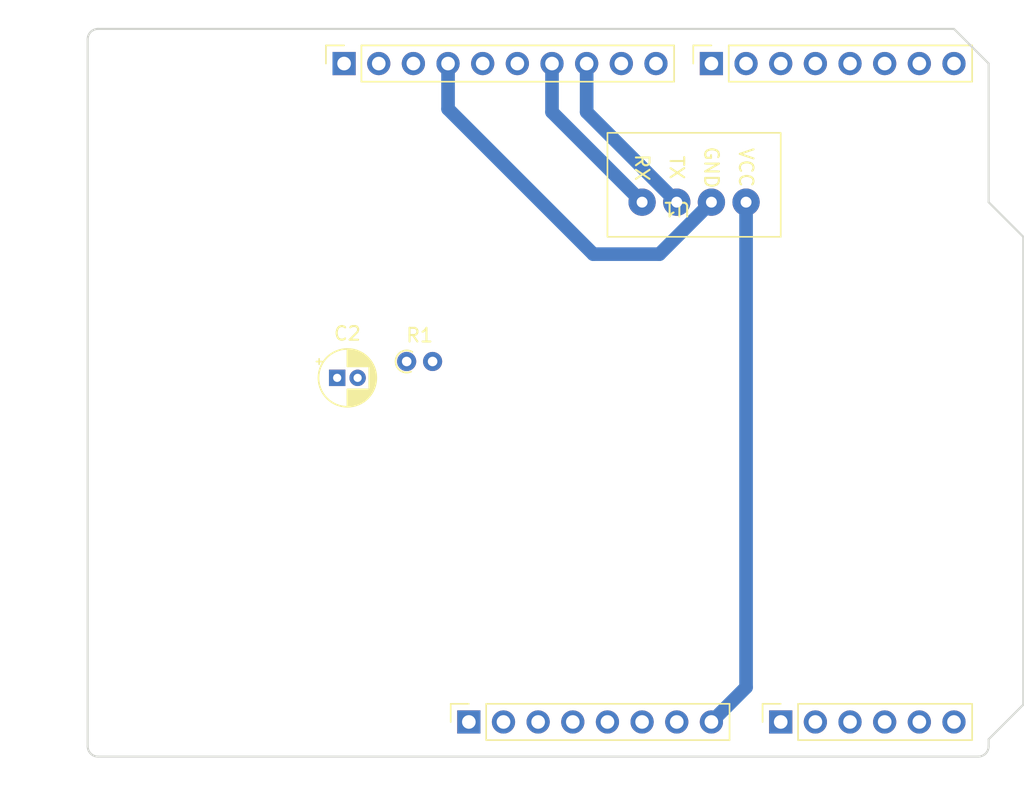
<source format=kicad_pcb>
(kicad_pcb (version 20211014) (generator pcbnew)
  (title_block (date "mar. 31 mars 2015"))
  (layers (0 "F.Cu" signal) (31 "B.Cu" signal) (34 "B.Paste" user) (35 "F.Paste" user) (36 "B.SilkS" user "B.Silkscreen") (37 "F.SilkS" user "F.Silkscreen") (38 "B.Mask" user) (39 "F.Mask" user) (44 "Edge.Cuts" user))
  (net 0 "")
  (net 1 "GND")
  (net 3 "+5V")
  (net 4 "/IOREF")
  (net 5 "/A0")
  (net 6 "/A1")
  (net 7 "/A2")
  (net 8 "/A3")
  (net 9 "/SDA{slash}A4")
  (net 10 "/SCL{slash}A5")
  (net 11 "/13")
  (net 12 "/12")
  (net 13 "/AREF")
  (net 14 "/8")
  (net 15 "/7")
  (net 16 "RX")
  (net 17 "TX")
  (net 18 "/*9")
  (net 19 "/4")
  (net 20 "/2")
  (net 21 "/*6")
  (net 22 "/*5")
  (net 23 "/TX{slash}1")
  (net 24 "/*3")
  (net 25 "/RX{slash}0")
  (net 26 "+3V3")
  (net 27 "VCC")
  (net 28 "/~{RESET}")
  (net 29 "Net-(C2-Pad1)")
  (net 30 "Net-(C2-Pad2)")
  (net 32 "Net-(C1-Pad1)")
  (footprint "Connector_PinSocket_2.54mm:PinSocket_1x08_P2.54mm_Vertical" (layer "F.Cu") (at 127.94 97.46 90)
    (fp_text reference "J1" hide)
    (fp_text value "Power")
    (fp_line (start -1.33 19.11) (end 1.33 19.11) (layer "F.SilkS") (width 0.12))
    (fp_line (start 1.33 1.27) (end 1.33 19.11) (layer "F.SilkS") (width 0.12))
    (fp_line (start -1.33 1.27) (end 1.33 1.27) (layer "F.SilkS") (width 0.12))
    (fp_line (start 0 -1.33) (end 1.33 -1.33) (layer "F.SilkS") (width 0.12))
    (fp_line (start 1.33 -1.33) (end 1.33 0) (layer "F.SilkS") (width 0.12))
    (fp_line (start -1.33 1.27) (end -1.33 19.11) (layer "F.SilkS") (width 0.12))
    (pad "1" thru_hole rect locked (at 0 0 90) (size 1.7 1.7) (drill 1) (layers *.Cu *.Mask))
    (pad "2" thru_hole oval locked (at 0 2.54 90) (size 1.7 1.7) (drill 1) (layers *.Cu *.Mask) (net 4 "/IOREF"))
    (pad "3" thru_hole oval locked (at 0 5.08 90) (size 1.7 1.7) (drill 1) (layers *.Cu *.Mask) (net 28 "/~{RESET}"))
    (pad "4" thru_hole oval locked (at 0 7.62 90) (size 1.7 1.7) (drill 1) (layers *.Cu *.Mask) (net 26 "+3V3"))
    (pad "5" thru_hole oval locked (at 0 10.16 90) (size 1.7 1.7) (drill 1) (layers *.Cu *.Mask) (net 3 "+5V"))
    (pad "6" thru_hole oval locked (at 0 12.7 90) (size 1.7 1.7) (drill 1) (layers *.Cu *.Mask) (net 1 "GND"))
    (pad "7" thru_hole oval locked (at 0 15.24 90) (size 1.7 1.7) (drill 1) (layers *.Cu *.Mask) (net 1 "GND"))
    (pad "8" thru_hole oval locked (at 0 17.78 90) (size 1.7 1.7) (drill 1) (layers *.Cu *.Mask) (net 27 "VCC"))
  )
  (footprint "Connector_PinSocket_2.54mm:PinSocket_1x06_P2.54mm_Vertical" (layer "F.Cu") (at 150.8 97.46 90)
    (fp_text reference "J3" hide)
    (fp_text value "Analog")
    (fp_line (start 1.33 1.27) (end 1.33 14.03) (layer "F.SilkS") (width 0.12))
    (fp_line (start 0 -1.33) (end 1.33 -1.33) (layer "F.SilkS") (width 0.12))
    (fp_line (start -1.33 1.27) (end 1.33 1.27) (layer "F.SilkS") (width 0.12))
    (fp_line (start -1.33 1.27) (end -1.33 14.03) (layer "F.SilkS") (width 0.12))
    (fp_line (start -1.33 14.03) (end 1.33 14.03) (layer "F.SilkS") (width 0.12))
    (fp_line (start 1.33 -1.33) (end 1.33 0) (layer "F.SilkS") (width 0.12))
    (pad "1" thru_hole rect locked (at 0 0 90) (size 1.7 1.7) (drill 1) (layers *.Cu *.Mask) (net 5 "/A0"))
    (pad "2" thru_hole oval locked (at 0 2.54 90) (size 1.7 1.7) (drill 1) (layers *.Cu *.Mask) (net 6 "/A1"))
    (pad "3" thru_hole oval locked (at 0 5.08 90) (size 1.7 1.7) (drill 1) (layers *.Cu *.Mask) (net 7 "/A2"))
    (pad "4" thru_hole oval locked (at 0 7.62 90) (size 1.7 1.7) (drill 1) (layers *.Cu *.Mask) (net 8 "/A3"))
    (pad "5" thru_hole oval locked (at 0 10.16 90) (size 1.7 1.7) (drill 1) (layers *.Cu *.Mask) (net 9 "/SDA{slash}A4"))
    (pad "6" thru_hole oval locked (at 0 12.7 90) (size 1.7 1.7) (drill 1) (layers *.Cu *.Mask) (net 10 "/SCL{slash}A5"))
  )
  (footprint "Connector_PinSocket_2.54mm:PinSocket_1x10_P2.54mm_Vertical" (layer "F.Cu") (at 118.796 49.2 90)
    (fp_text reference "J2" hide)
    (fp_text value "Digital/PWM")
    (fp_line (start -1.33 24.19) (end 1.33 24.19) (layer "F.SilkS") (width 0.12))
    (fp_line (start -1.33 1.27) (end -1.33 24.19) (layer "F.SilkS") (width 0.12))
    (fp_line (start 1.33 -1.33) (end 1.33 0) (layer "F.SilkS") (width 0.12))
    (fp_line (start 0 -1.33) (end 1.33 -1.33) (layer "F.SilkS") (width 0.12))
    (fp_line (start 1.33 1.27) (end 1.33 24.19) (layer "F.SilkS") (width 0.12))
    (fp_line (start -1.33 1.27) (end 1.33 1.27) (layer "F.SilkS") (width 0.12))
    (pad "1" thru_hole rect locked (at 0 0 90) (size 1.7 1.7) (drill 1) (layers *.Cu *.Mask) (net 10 "/SCL{slash}A5"))
    (pad "2" thru_hole oval locked (at 0 2.54 90) (size 1.7 1.7) (drill 1) (layers *.Cu *.Mask) (net 9 "/SDA{slash}A4"))
    (pad "3" thru_hole oval locked (at 0 5.08 90) (size 1.7 1.7) (drill 1) (layers *.Cu *.Mask) (net 13 "/AREF"))
    (pad "4" thru_hole oval locked (at 0 7.62 90) (size 1.7 1.7) (drill 1) (layers *.Cu *.Mask) (net 1 "GND"))
    (pad "5" thru_hole oval locked (at 0 10.16 90) (size 1.7 1.7) (drill 1) (layers *.Cu *.Mask) (net 11 "/13"))
    (pad "6" thru_hole oval locked (at 0 12.7 90) (size 1.7 1.7) (drill 1) (layers *.Cu *.Mask) (net 12 "/12"))
    (pad "7" thru_hole oval locked (at 0 15.24 90) (size 1.7 1.7) (drill 1) (layers *.Cu *.Mask) (net 16 "RX"))
    (pad "8" thru_hole oval locked (at 0 17.78 90) (size 1.7 1.7) (drill 1) (layers *.Cu *.Mask) (net 17 "TX"))
    (pad "9" thru_hole oval locked (at 0 20.32 90) (size 1.7 1.7) (drill 1) (layers *.Cu *.Mask) (net 18 "/*9"))
    (pad "10" thru_hole oval locked (at 0 22.86 90) (size 1.7 1.7) (drill 1) (layers *.Cu *.Mask) (net 14 "/8"))
  )
  (footprint "Connector_PinSocket_2.54mm:PinSocket_1x08_P2.54mm_Vertical" (layer "F.Cu") (at 145.72 49.2 90)
    (fp_text reference "J4" hide)
    (fp_text value "Digital/PWM")
    (fp_line (start -1.33 19.11) (end 1.33 19.11) (layer "F.SilkS") (width 0.12))
    (fp_line (start -1.33 1.27) (end -1.33 19.11) (layer "F.SilkS") (width 0.12))
    (fp_line (start 0 -1.33) (end 1.33 -1.33) (layer "F.SilkS") (width 0.12))
    (fp_line (start -1.33 1.27) (end 1.33 1.27) (layer "F.SilkS") (width 0.12))
    (fp_line (start 1.33 -1.33) (end 1.33 0) (layer "F.SilkS") (width 0.12))
    (fp_line (start 1.33 1.27) (end 1.33 19.11) (layer "F.SilkS") (width 0.12))
    (pad "1" thru_hole rect locked (at 0 0 90) (size 1.7 1.7) (drill 1) (layers *.Cu *.Mask) (net 15 "/7"))
    (pad "2" thru_hole oval locked (at 0 2.54 90) (size 1.7 1.7) (drill 1) (layers *.Cu *.Mask) (net 21 "/*6"))
    (pad "3" thru_hole oval locked (at 0 5.08 90) (size 1.7 1.7) (drill 1) (layers *.Cu *.Mask) (net 22 "/*5"))
    (pad "4" thru_hole oval locked (at 0 7.62 90) (size 1.7 1.7) (drill 1) (layers *.Cu *.Mask) (net 19 "/4"))
    (pad "5" thru_hole oval locked (at 0 10.16 90) (size 1.7 1.7) (drill 1) (layers *.Cu *.Mask) (net 24 "/*3"))
    (pad "6" thru_hole oval locked (at 0 12.7 90) (size 1.7 1.7) (drill 1) (layers *.Cu *.Mask) (net 20 "/2"))
    (pad "7" thru_hole oval locked (at 0 15.24 90) (size 1.7 1.7) (drill 1) (layers *.Cu *.Mask) (net 23 "/TX{slash}1"))
    (pad "8" thru_hole oval locked (at 0 17.78 90) (size 1.7 1.7) (drill 1) (layers *.Cu *.Mask) (net 25 "/RX{slash}0"))
  )
  (footprint "Arduino_MountingHole:MountingHole_3.2mm" (layer "F.Cu") (at 115.24 49.2)
    (fp_text reference "MH1" hide)
    (fp_text value "MountingHole_3.2mm" hide)
    (pad "" np_thru_hole circle locked (at 0 0) (size 3.2 3.2) (drill 3.2) (layers *.Cu *.Mask))
  )
  (footprint "Resistor_THT:R_Axial_DIN0204_L3.6mm_D1.6mm_P1.90mm_Vertical" (layer "F.Cu") (at 123.383199 71.0378)
    (fp_text reference "R1" (at 0.95 -1.92) (layer "F.SilkS"))
    (fp_text value "R")
    (fp_arc (start 0.320095 0.749359) (mid -0.813042 -0.054435) (end 0.417133 -0.7) (layer "F.SilkS") (width 0.12))
    (pad "1" thru_hole circle (at 0 0) (size 1.4 1.4) (drill 0.7) (layers *.Cu *.Mask))
    (pad "2" thru_hole oval (at 1.9 0) (size 1.4 1.4) (drill 0.7) (layers *.Cu *.Mask) (net 32 "Net-(C1-Pad1)"))
  )
  (footprint "Lib_capteur_graphite:Blutooth" (layer "F.Cu") (at 143.18 59.36 180)
    (fp_text reference "U1" (at 0 -0.5 180 unlocked) (layer "F.SilkS"))
    (fp_text value "Bluetooth")
    (fp_text user "TX" (at 0 2.54 270 unlocked) (layer "F.SilkS"))
    (fp_text user "VCC" (at -5.08 2.54 270 unlocked) (layer "F.SilkS"))
    (fp_text user "GND" (at -2.54 2.54 270 unlocked) (layer "F.SilkS"))
    (fp_text user "RX" (at 2.54 2.54 270 unlocked) (layer "F.SilkS"))
    (fp_rect (start -7.62 -2.54) (end 5.08 5.08) (layer "F.SilkS") (width 0.12) (fill none))
    (pad "1" thru_hole circle (at -5.08 0 180) (size 2 2) (drill 0.8) (layers *.Cu *.Mask) (net 27 "VCC"))
    (pad "2" thru_hole circle (at -2.54 0 180) (size 2 2) (drill 0.8) (layers *.Cu *.Mask) (net 1 "GND"))
    (pad "3" thru_hole circle (at 0 0 180) (size 2 2) (drill 0.8) (layers *.Cu *.Mask) (net 17 "TX"))
    (pad "4" thru_hole circle (at 2.54 0 180) (size 2 2) (drill 0.8) (layers *.Cu *.Mask) (net 16 "RX"))
  )
  (footprint "Capacitor_THT:CP_Radial_D4.0mm_P1.50mm" (layer "F.Cu") (at 118.288 72.2378)
    (fp_text reference "C2" (at 0.75 -3.25) (layer "F.SilkS"))
    (fp_text value "C")
    (fp_line (start 2.351 -1.351) (end 2.351 1.351) (layer "F.SilkS") (width 0.12))
    (fp_line (start 0.99 0.84) (end 0.99 2.067) (layer "F.SilkS") (width 0.12))
    (fp_line (start 1.43 0.84) (end 1.43 1.968) (layer "F.SilkS") (width 0.12))
    (fp_line (start 1.15 0.84) (end 1.15 2.042) (layer "F.SilkS") (width 0.12))
    (fp_line (start 1.751 0.84) (end 1.751 1.83) (layer "F.SilkS") (width 0.12))
    (fp_line (start 2.831 -0.37) (end 2.831 0.37) (layer "F.SilkS") (width 0.12))
    (fp_line (start 1.31 0.84) (end 1.31 2.005) (layer "F.SilkS") (width 0.12))
    (fp_line (start 2.071 0.84) (end 2.071 1.619) (layer "F.SilkS") (width 0.12))
    (fp_line (start 1.39 0.84) (end 1.39 1.982) (layer "F.SilkS") (width 0.12))
    (fp_line (start 1.03 -2.062) (end 1.03 -0.84) (layer "F.SilkS") (width 0.12))
    (fp_line (start 2.711 -0.768) (end 2.711 0.768) (layer "F.SilkS") (width 0.12))
    (fp_line (start 1.19 0.84) (end 1.19 2.034) (layer "F.SilkS") (width 0.12))
    (fp_line (start 1.511 0.84) (end 1.511 1.94) (layer "F.SilkS") (width 0.12))
    (fp_line (start 0.99 -2.067) (end 0.99 -0.84) (layer "F.SilkS") (width 0.12))
    (fp_line (start 2.271 0.84) (end 2.271 1.438) (layer "F.SilkS") (width 0.12))
    (fp_line (start 1.871 0.84) (end 1.871 1.76) (layer "F.SilkS") (width 0.12))
    (fp_line (start 1.11 -2.05) (end 1.11 -0.84) (layer "F.SilkS") (width 0.12))
    (fp_line (start 1.39 -1.982) (end 1.39 -0.84) (layer "F.SilkS") (width 0.12))
    (fp_line (start 2.271 -1.438) (end 2.271 -0.84) (layer "F.SilkS") (width 0.12))
    (fp_line (start 2.111 0.84) (end 2.111 1.587) (layer "F.SilkS") (width 0.12))
    (fp_line (start 1.631 -1.889) (end 1.631 -0.84) (layer "F.SilkS") (width 0.12))
    (fp_line (start 1.27 -2.016) (end 1.27 -0.84) (layer "F.SilkS") (width 0.12))
    (fp_line (start 2.111 -1.587) (end 2.111 -0.84) (layer "F.SilkS") (width 0.12))
    (fp_line (start 0.87 0.84) (end 0.87 2.077) (layer "F.SilkS") (width 0.12))
    (fp_line (start 0.91 0.84) (end 0.91 2.074) (layer "F.SilkS") (width 0.12))
    (fp_line (start 0.79 -2.08) (end 0.79 -0.84) (layer "F.SilkS") (width 0.12))
    (fp_line (start 2.671 -0.859) (end 2.671 0.859) (layer "F.SilkS") (width 0.12))
    (fp_line (start 1.671 -1.87) (end 1.671 -0.84) (layer "F.SilkS") (width 0.12))
    (fp_line (start 1.871 -1.76) (end 1.871 -0.84) (layer "F.SilkS") (width 0.12))
    (fp_line (start 2.071 -1.619) (end 2.071 -0.84) (layer "F.SilkS") (width 0.12))
    (fp_line (start 2.191 0.84) (end 2.191 1.516) (layer "F.SilkS") (width 0.12))
    (fp_line (start 1.791 -1.808) (end 1.791 -0.84) (layer "F.SilkS") (width 0.12))
    (fp_line (start 1.911 0.84) (end 1.911 1.735) (layer "F.SilkS") (width 0.12))
    (fp_line (start 0.83 -2.079) (end 0.83 -0.84) (layer "F.SilkS") (width 0.12))
    (fp_line (start 2.031 0.84) (end 2.031 1.65) (layer "F.SilkS") (width 0.12))
    (fp_line (start -1.319801 -1.395) (end -1.319801 -0.995) (layer "F.SilkS") (width 0.12))
    (fp_line (start 1.951 0.84) (end 1.951 1.708) (layer "F.SilkS") (width 0.12))
    (fp_line (start 1.15 -2.042) (end 1.15 -0.84) (layer "F.SilkS") (width 0.12))
    (fp_line (start 2.311 -1.396) (end 2.311 -0.84) (layer "F.SilkS") (width 0.12))
    (fp_line (start 2.311 0.84) (end 2.311 1.396) (layer "F.SilkS") (width 0.12))
    (fp_line (start 1.991 -1.68) (end 1.991 -0.84) (layer "F.SilkS") (width 0.12))
    (fp_line (start 2.191 -1.516) (end 2.191 -0.84) (layer "F.SilkS") (width 0.12))
    (fp_line (start 1.31 -2.005) (end 1.31 -0.84) (layer "F.SilkS") (width 0.12))
    (fp_line (start 1.35 0.84) (end 1.35 1.994) (layer "F.SilkS") (width 0.12))
    (fp_line (start 1.591 -1.907) (end 1.591 -0.84) (layer "F.SilkS") (width 0.12))
    (fp_line (start 2.511 -1.142) (end 2.511 1.142) (layer "F.SilkS") (width 0.12))
    (fp_line (start 0.83 0.84) (end 0.83 2.079) (layer "F.SilkS") (width 0.12))
    (fp_line (start 2.791 -0.537) (end 2.791 0.537) (layer "F.SilkS") (width 0.12))
    (fp_line (start 1.631 0.84) (end 1.631 1.889) (layer "F.SilkS") (width 0.12))
    (fp_line (start 0.87 -2.077) (end 0.87 -0.84) (layer "F.SilkS") (width 0.12))
    (fp_line (start 1.11 0.84) (end 1.11 2.05) (layer "F.SilkS") (width 0.12))
    (fp_line (start 1.911 -1.735) (end 1.911 -0.84) (layer "F.SilkS") (width 0.12))
    (fp_line (start 2.431 -1.254) (end 2.431 1.254) (layer "F.SilkS") (width 0.12))
    (fp_line (start 0.91 -2.074) (end 0.91 -0.84) (layer "F.SilkS") (width 0.12))
    (fp_line (start 1.03 0.84) (end 1.03 2.062) (layer "F.SilkS") (width 0.12))
    (fp_line (start 1.551 0.84) (end 1.551 1.924) (layer "F.SilkS") (width 0.12))
    (fp_line (start 0.79 0.84) (end 0.79 2.08) (layer "F.SilkS") (width 0.12))
    (fp_line (start 0.95 0.84) (end 0.95 2.071) (layer "F.SilkS") (width 0.12))
    (fp_line (start 1.991 0.84) (end 1.991 1.68) (layer "F.SilkS") (width 0.12))
    (fp_line (start 1.07 -2.056) (end 1.07 -0.84) (layer "F.SilkS") (width 0.12))
    (fp_line (start 1.831 -1.785) (end 1.831 -0.84) (layer "F.SilkS") (width 0.12))
    (fp_line (start 2.551 -1.08) (end 2.551 1.08) (layer "F.SilkS") (width 0.12))
    (fp_line (start 1.19 -2.034) (end 1.19 -0.84) (layer "F.SilkS") (width 0.12))
    (fp_line (start 1.23 0.84) (end 1.23 2.025) (layer "F.SilkS") (width 0.12))
    (fp_line (start 2.031 -1.65) (end 2.031 -0.84) (layer "F.SilkS") (width 0.12))
    (fp_line (start 2.231 -1.478) (end 2.231 -0.84) (layer "F.SilkS") (width 0.12))
    (fp_line (start 1.43 -1.968) (end 1.43 -0.84) (layer "F.SilkS") (width 0.12))
    (fp_line (start 0.95 -2.071) (end 0.95 -0.84) (layer "F.SilkS") (width 0.12))
    (fp_line (start 2.151 0.84) (end 2.151 1.552) (layer "F.SilkS") (width 0.12))
    (fp_line (start 1.27 0.84) (end 1.27 2.016) (layer "F.SilkS") (width 0.12))
    (fp_line (start 1.471 -1.954) (end 1.471 -0.84) (layer "F.SilkS") (width 0.12))
    (fp_line (start 1.751 -1.83) (end 1.751 -0.84) (layer "F.SilkS") (width 0.12))
    (fp_line (start 1.23 -2.025) (end 1.23 -0.84) (layer "F.SilkS") (width 0.12))
    (fp_line (start 2.631 -0.94) (end 2.631 0.94) (layer "F.SilkS") (width 0.12))
    (fp_line (start 2.751 -0.664) (end 2.751 0.664) (layer "F.SilkS") (width 0.12))
    (fp_line (start 2.591 -1.013) (end 2.591 1.013) (layer "F.SilkS") (width 0.12))
    (fp_line (start 2.471 -1.2) (end 2.471 1.2) (layer "F.SilkS") (width 0.12))
    (fp_line (start 1.551 -1.924) (end 1.551 -0.84) (layer "F.SilkS") (width 0.12))
    (fp_line (start 1.671 0.84) (end 1.671 1.87) (layer "F.SilkS") (width 0.12))
    (fp_line (start 1.471 0.84) (end 1.471 1.954) (layer "F.SilkS") (width 0.12))
    (fp_line (start 1.831 0.84) (end 1.831 1.785) (layer "F.SilkS") (width 0.12))
    (fp_line (start 1.951 -1.708) (end 1.951 -0.84) (layer "F.SilkS") (width 0.12))
    (fp_line (start 0.75 0.84) (end 0.75 2.08) (layer "F.SilkS") (width 0.12))
    (fp_line (start 1.35 -1.994) (end 1.35 -0.84) (layer "F.SilkS") (width 0.12))
    (fp_line (start 1.511 -1.94) (end 1.511 -0.84) (layer "F.SilkS") (width 0.12))
    (fp_line (start 0.75 -2.08) (end 0.75 -0.84) (layer "F.SilkS") (width 0.12))
    (fp_line (start 1.791 0.84) (end 1.791 1.808) (layer "F.SilkS") (width 0.12))
    (fp_line (start 2.231 0.84) (end 2.231 1.478) (layer "F.SilkS") (width 0.12))
    (fp_line (start 2.391 -1.304) (end 2.391 1.304) (layer "F.SilkS") (width 0.12))
    (fp_line (start 2.151 -1.552) (end 2.151 -0.84) (layer "F.SilkS") (width 0.12))
    (fp_line (start 1.591 0.84) (end 1.591 1.907) (layer "F.SilkS") (width 0.12))
    (fp_line (start 1.07 0.84) (end 1.07 2.056) (layer "F.SilkS") (width 0.12))
    (fp_line (start 1.711 0.84) (end 1.711 1.851) (layer "F.SilkS") (width 0.12))
    (fp_line (start -1.519801 -1.195) (end -1.119801 -1.195) (layer "F.SilkS") (width 0.12))
    (fp_line (start 1.711 -1.851) (end 1.711 -0.84) (layer "F.SilkS") (width 0.12))
    (fp_circle (center 0.75 0) (end 2.87 0) (layer "F.SilkS") (width 0.12) (fill none))
    (pad "1" thru_hole rect (at 0 0) (size 1.2 1.2) (drill 0.6) (layers *.Cu *.Mask) (net 29 "Net-(C2-Pad1)"))
    (pad "2" thru_hole circle (at 1.5 0) (size 1.2 1.2) (drill 0.6) (layers *.Cu *.Mask) (net 30 "Net-(C2-Pad2)"))
  )
  (footprint "Arduino_MountingHole:MountingHole_3.2mm" (layer "F.Cu") (at 113.97 97.46)
    (fp_text reference "MH2" hide)
    (fp_text value "MountingHole_3.2mm" hide)
    (pad "" np_thru_hole circle locked (at 0 0) (size 3.2 3.2) (drill 3.2) (layers *.Cu *.Mask))
  )
  (footprint "Arduino_MountingHole:MountingHole_3.2mm" (layer "F.Cu") (at 166.04 64.44)
    (fp_text reference "MH3" hide)
    (fp_text value "MountingHole_3.2mm" hide)
    (pad "" np_thru_hole circle locked (at 0 0) (size 3.2 3.2) (drill 3.2) (layers *.Cu *.Mask))
  )
  (footprint "Arduino_MountingHole:MountingHole_3.2mm" (layer "F.Cu") (at 166.04 92.38)
    (fp_text reference "MH4" hide)
    (fp_text value "MountingHole_3.2mm" hide)
    (pad "" np_thru_hole circle locked (at 0 0) (size 3.2 3.2) (drill 3.2) (layers *.Cu *.Mask))
  )
  (gr_line (start 166.04 59.36) (end 168.58 61.9) (layer "Edge.Cuts") (width 0.15))
  (gr_line (start 100 99.238) (end 100 47.422) (layer "Edge.Cuts") (width 0.15))
  (gr_line (start 168.58 61.9) (end 168.58 96.19) (layer "Edge.Cuts") (width 0.15))
  (gr_line (start 165.278 100) (end 100.762 100) (layer "Edge.Cuts") (width 0.15))
  (gr_line (start 100.762 46.66) (end 163.5 46.66) (layer "Edge.Cuts") (width 0.15))
  (gr_arc (start 100.762 100) (mid 100.223185 99.776815) (end 100 99.238) (layer "Edge.Cuts") (width 0.15))
  (gr_line (start 168.58 96.19) (end 166.04 98.73) (layer "Edge.Cuts") (width 0.15))
  (gr_line (start 163.5 46.66) (end 166.04 49.2) (layer "Edge.Cuts") (width 0.15))
  (gr_arc (start 166.04 99.238) (mid 165.816815 99.776815) (end 165.278 100) (layer "Edge.Cuts") (width 0.15))
  (gr_line (start 166.04 49.2) (end 166.04 59.36) (layer "Edge.Cuts") (width 0.15))
  (gr_line (start 166.04 98.73) (end 166.04 99.238) (layer "Edge.Cuts") (width 0.15))
  (gr_arc (start 100 47.422) (mid 100.223185 46.883185) (end 100.762 46.66) (layer "Edge.Cuts") (width 0.15))
  (segment (start 145.72 59.36) (end 141.91 63.17) (width 1) (layer "B.Cu") (net 1))
  (segment (start 141.91 63.17) (end 137.0586 63.17) (width 1) (layer "B.Cu") (net 1))
  (segment (start 137.0586 63.17) (end 126.416 52.5274) (width 1) (layer "B.Cu") (net 1))
  (segment (start 126.416 49.2) (end 126.416 52.5274) (width 1) (layer "B.Cu") (net 1))
  (segment (start 134.036 49.2) (end 134.036 52.756) (width 1) (layer "B.Cu") (net 16))
  (segment (start 134.036 52.756) (end 140.64 59.36) (width 1) (layer "B.Cu") (net 16))
  (segment (start 136.576 52.756) (end 136.576 49.2) (width 1) (layer "B.Cu") (net 17))
  (segment (start 143.18 59.36) (end 136.576 52.756) (width 1) (layer "B.Cu") (net 17))
  (segment (start 148.26 59.36) (end 148.26 94.92) (width 1) (layer "B.Cu") (net 27))
  (segment (start 148.26 94.92) (end 145.72 97.46) (width 1) (layer "B.Cu") (net 27))
)
</source>
